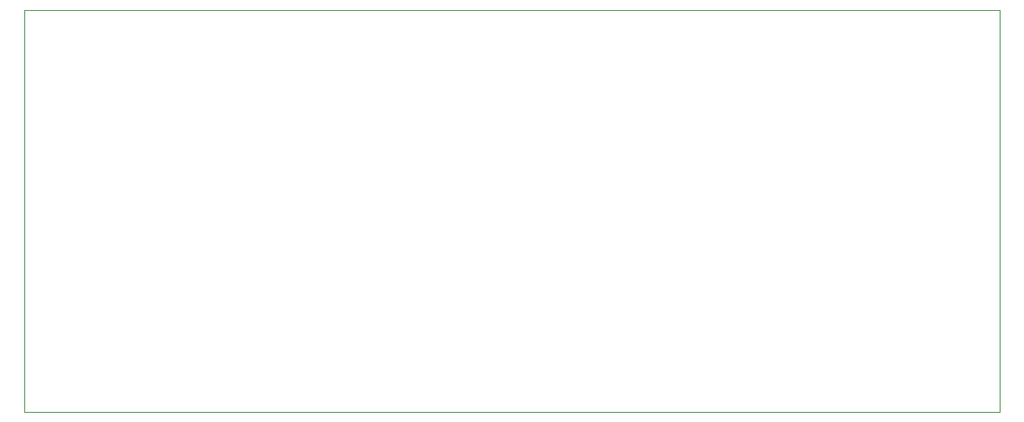
<source format=gbr>
%TF.GenerationSoftware,KiCad,Pcbnew,9.0.5*%
%TF.CreationDate,2025-10-26T09:27:43-06:00*%
%TF.ProjectId,powerBank,706f7765-7242-4616-9e6b-2e6b69636164,rev?*%
%TF.SameCoordinates,Original*%
%TF.FileFunction,Profile,NP*%
%FSLAX46Y46*%
G04 Gerber Fmt 4.6, Leading zero omitted, Abs format (unit mm)*
G04 Created by KiCad (PCBNEW 9.0.5) date 2025-10-26 09:27:43*
%MOMM*%
%LPD*%
G01*
G04 APERTURE LIST*
%TA.AperFunction,Profile*%
%ADD10C,0.050000*%
%TD*%
G04 APERTURE END LIST*
D10*
X98425000Y-51435000D02*
X196850000Y-51435000D01*
X196850000Y-92075000D01*
X98425000Y-92075000D01*
X98425000Y-51435000D01*
M02*

</source>
